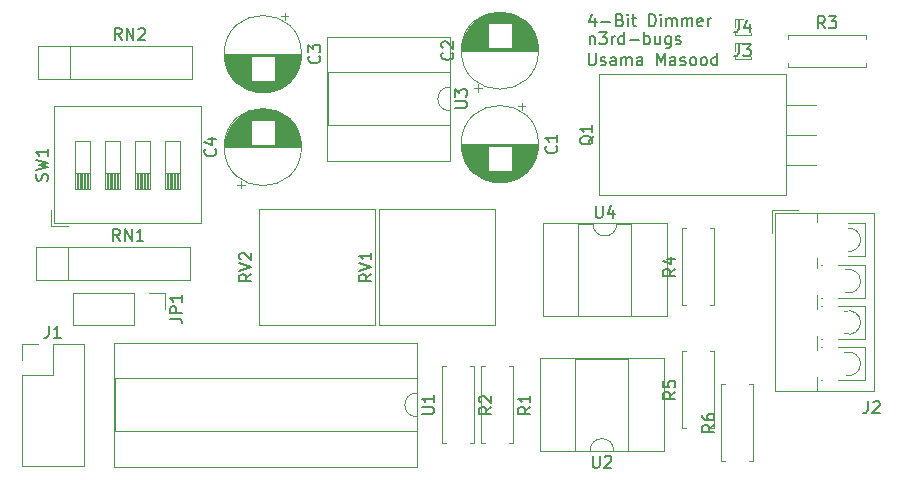
<source format=gbr>
G04 #@! TF.GenerationSoftware,KiCad,Pcbnew,(5.1.5)-3*
G04 #@! TF.CreationDate,2020-01-27T13:06:47+05:00*
G04 #@! TF.ProjectId,dimmer,64696d6d-6572-42e6-9b69-6361645f7063,0.1*
G04 #@! TF.SameCoordinates,Original*
G04 #@! TF.FileFunction,Legend,Top*
G04 #@! TF.FilePolarity,Positive*
%FSLAX46Y46*%
G04 Gerber Fmt 4.6, Leading zero omitted, Abs format (unit mm)*
G04 Created by KiCad (PCBNEW (5.1.5)-3) date 2020-01-27 13:06:47*
%MOMM*%
%LPD*%
G04 APERTURE LIST*
%ADD10C,0.150000*%
%ADD11C,0.120000*%
G04 APERTURE END LIST*
D10*
X172879428Y-65238380D02*
X172879428Y-66047904D01*
X172927047Y-66143142D01*
X172974666Y-66190761D01*
X173069904Y-66238380D01*
X173260380Y-66238380D01*
X173355619Y-66190761D01*
X173403238Y-66143142D01*
X173450857Y-66047904D01*
X173450857Y-65238380D01*
X173879428Y-66190761D02*
X173974666Y-66238380D01*
X174165142Y-66238380D01*
X174260380Y-66190761D01*
X174308000Y-66095523D01*
X174308000Y-66047904D01*
X174260380Y-65952666D01*
X174165142Y-65905047D01*
X174022285Y-65905047D01*
X173927047Y-65857428D01*
X173879428Y-65762190D01*
X173879428Y-65714571D01*
X173927047Y-65619333D01*
X174022285Y-65571714D01*
X174165142Y-65571714D01*
X174260380Y-65619333D01*
X175165142Y-66238380D02*
X175165142Y-65714571D01*
X175117523Y-65619333D01*
X175022285Y-65571714D01*
X174831809Y-65571714D01*
X174736571Y-65619333D01*
X175165142Y-66190761D02*
X175069904Y-66238380D01*
X174831809Y-66238380D01*
X174736571Y-66190761D01*
X174688952Y-66095523D01*
X174688952Y-66000285D01*
X174736571Y-65905047D01*
X174831809Y-65857428D01*
X175069904Y-65857428D01*
X175165142Y-65809809D01*
X175641333Y-66238380D02*
X175641333Y-65571714D01*
X175641333Y-65666952D02*
X175688952Y-65619333D01*
X175784190Y-65571714D01*
X175927047Y-65571714D01*
X176022285Y-65619333D01*
X176069904Y-65714571D01*
X176069904Y-66238380D01*
X176069904Y-65714571D02*
X176117523Y-65619333D01*
X176212761Y-65571714D01*
X176355619Y-65571714D01*
X176450857Y-65619333D01*
X176498476Y-65714571D01*
X176498476Y-66238380D01*
X177403238Y-66238380D02*
X177403238Y-65714571D01*
X177355619Y-65619333D01*
X177260380Y-65571714D01*
X177069904Y-65571714D01*
X176974666Y-65619333D01*
X177403238Y-66190761D02*
X177308000Y-66238380D01*
X177069904Y-66238380D01*
X176974666Y-66190761D01*
X176927047Y-66095523D01*
X176927047Y-66000285D01*
X176974666Y-65905047D01*
X177069904Y-65857428D01*
X177308000Y-65857428D01*
X177403238Y-65809809D01*
X178641333Y-66238380D02*
X178641333Y-65238380D01*
X178974666Y-65952666D01*
X179308000Y-65238380D01*
X179308000Y-66238380D01*
X180212761Y-66238380D02*
X180212761Y-65714571D01*
X180165142Y-65619333D01*
X180069904Y-65571714D01*
X179879428Y-65571714D01*
X179784190Y-65619333D01*
X180212761Y-66190761D02*
X180117523Y-66238380D01*
X179879428Y-66238380D01*
X179784190Y-66190761D01*
X179736571Y-66095523D01*
X179736571Y-66000285D01*
X179784190Y-65905047D01*
X179879428Y-65857428D01*
X180117523Y-65857428D01*
X180212761Y-65809809D01*
X180641333Y-66190761D02*
X180736571Y-66238380D01*
X180927047Y-66238380D01*
X181022285Y-66190761D01*
X181069904Y-66095523D01*
X181069904Y-66047904D01*
X181022285Y-65952666D01*
X180927047Y-65905047D01*
X180784190Y-65905047D01*
X180688952Y-65857428D01*
X180641333Y-65762190D01*
X180641333Y-65714571D01*
X180688952Y-65619333D01*
X180784190Y-65571714D01*
X180927047Y-65571714D01*
X181022285Y-65619333D01*
X181641333Y-66238380D02*
X181546095Y-66190761D01*
X181498476Y-66143142D01*
X181450857Y-66047904D01*
X181450857Y-65762190D01*
X181498476Y-65666952D01*
X181546095Y-65619333D01*
X181641333Y-65571714D01*
X181784190Y-65571714D01*
X181879428Y-65619333D01*
X181927047Y-65666952D01*
X181974666Y-65762190D01*
X181974666Y-66047904D01*
X181927047Y-66143142D01*
X181879428Y-66190761D01*
X181784190Y-66238380D01*
X181641333Y-66238380D01*
X182546095Y-66238380D02*
X182450857Y-66190761D01*
X182403238Y-66143142D01*
X182355619Y-66047904D01*
X182355619Y-65762190D01*
X182403238Y-65666952D01*
X182450857Y-65619333D01*
X182546095Y-65571714D01*
X182688952Y-65571714D01*
X182784190Y-65619333D01*
X182831809Y-65666952D01*
X182879428Y-65762190D01*
X182879428Y-66047904D01*
X182831809Y-66143142D01*
X182784190Y-66190761D01*
X182688952Y-66238380D01*
X182546095Y-66238380D01*
X183736571Y-66238380D02*
X183736571Y-65238380D01*
X183736571Y-66190761D02*
X183641333Y-66238380D01*
X183450857Y-66238380D01*
X183355619Y-66190761D01*
X183308000Y-66143142D01*
X183260380Y-66047904D01*
X183260380Y-65762190D01*
X183308000Y-65666952D01*
X183355619Y-65619333D01*
X183450857Y-65571714D01*
X183641333Y-65571714D01*
X183736571Y-65619333D01*
X172950666Y-63793714D02*
X172950666Y-64460380D01*
X172950666Y-63888952D02*
X172998285Y-63841333D01*
X173093523Y-63793714D01*
X173236380Y-63793714D01*
X173331619Y-63841333D01*
X173379238Y-63936571D01*
X173379238Y-64460380D01*
X173760190Y-63460380D02*
X174379238Y-63460380D01*
X174045904Y-63841333D01*
X174188761Y-63841333D01*
X174284000Y-63888952D01*
X174331619Y-63936571D01*
X174379238Y-64031809D01*
X174379238Y-64269904D01*
X174331619Y-64365142D01*
X174284000Y-64412761D01*
X174188761Y-64460380D01*
X173903047Y-64460380D01*
X173807809Y-64412761D01*
X173760190Y-64365142D01*
X174807809Y-64460380D02*
X174807809Y-63793714D01*
X174807809Y-63984190D02*
X174855428Y-63888952D01*
X174903047Y-63841333D01*
X174998285Y-63793714D01*
X175093523Y-63793714D01*
X175855428Y-64460380D02*
X175855428Y-63460380D01*
X175855428Y-64412761D02*
X175760190Y-64460380D01*
X175569714Y-64460380D01*
X175474476Y-64412761D01*
X175426857Y-64365142D01*
X175379238Y-64269904D01*
X175379238Y-63984190D01*
X175426857Y-63888952D01*
X175474476Y-63841333D01*
X175569714Y-63793714D01*
X175760190Y-63793714D01*
X175855428Y-63841333D01*
X176331619Y-64079428D02*
X177093523Y-64079428D01*
X177569714Y-64460380D02*
X177569714Y-63460380D01*
X177569714Y-63841333D02*
X177664952Y-63793714D01*
X177855428Y-63793714D01*
X177950666Y-63841333D01*
X177998285Y-63888952D01*
X178045904Y-63984190D01*
X178045904Y-64269904D01*
X177998285Y-64365142D01*
X177950666Y-64412761D01*
X177855428Y-64460380D01*
X177664952Y-64460380D01*
X177569714Y-64412761D01*
X178903047Y-63793714D02*
X178903047Y-64460380D01*
X178474476Y-63793714D02*
X178474476Y-64317523D01*
X178522095Y-64412761D01*
X178617333Y-64460380D01*
X178760190Y-64460380D01*
X178855428Y-64412761D01*
X178903047Y-64365142D01*
X179807809Y-63793714D02*
X179807809Y-64603238D01*
X179760190Y-64698476D01*
X179712571Y-64746095D01*
X179617333Y-64793714D01*
X179474476Y-64793714D01*
X179379238Y-64746095D01*
X179807809Y-64412761D02*
X179712571Y-64460380D01*
X179522095Y-64460380D01*
X179426857Y-64412761D01*
X179379238Y-64365142D01*
X179331619Y-64269904D01*
X179331619Y-63984190D01*
X179379238Y-63888952D01*
X179426857Y-63841333D01*
X179522095Y-63793714D01*
X179712571Y-63793714D01*
X179807809Y-63841333D01*
X180236380Y-64412761D02*
X180331619Y-64460380D01*
X180522095Y-64460380D01*
X180617333Y-64412761D01*
X180664952Y-64317523D01*
X180664952Y-64269904D01*
X180617333Y-64174666D01*
X180522095Y-64127047D01*
X180379238Y-64127047D01*
X180284000Y-64079428D01*
X180236380Y-63984190D01*
X180236380Y-63936571D01*
X180284000Y-63841333D01*
X180379238Y-63793714D01*
X180522095Y-63793714D01*
X180617333Y-63841333D01*
X173411142Y-62269714D02*
X173411142Y-62936380D01*
X173173047Y-61888761D02*
X172934952Y-62603047D01*
X173554000Y-62603047D01*
X173934952Y-62555428D02*
X174696857Y-62555428D01*
X175506380Y-62412571D02*
X175649238Y-62460190D01*
X175696857Y-62507809D01*
X175744476Y-62603047D01*
X175744476Y-62745904D01*
X175696857Y-62841142D01*
X175649238Y-62888761D01*
X175554000Y-62936380D01*
X175173047Y-62936380D01*
X175173047Y-61936380D01*
X175506380Y-61936380D01*
X175601619Y-61984000D01*
X175649238Y-62031619D01*
X175696857Y-62126857D01*
X175696857Y-62222095D01*
X175649238Y-62317333D01*
X175601619Y-62364952D01*
X175506380Y-62412571D01*
X175173047Y-62412571D01*
X176173047Y-62936380D02*
X176173047Y-62269714D01*
X176173047Y-61936380D02*
X176125428Y-61984000D01*
X176173047Y-62031619D01*
X176220666Y-61984000D01*
X176173047Y-61936380D01*
X176173047Y-62031619D01*
X176506380Y-62269714D02*
X176887333Y-62269714D01*
X176649238Y-61936380D02*
X176649238Y-62793523D01*
X176696857Y-62888761D01*
X176792095Y-62936380D01*
X176887333Y-62936380D01*
X177982571Y-62936380D02*
X177982571Y-61936380D01*
X178220666Y-61936380D01*
X178363523Y-61984000D01*
X178458761Y-62079238D01*
X178506380Y-62174476D01*
X178554000Y-62364952D01*
X178554000Y-62507809D01*
X178506380Y-62698285D01*
X178458761Y-62793523D01*
X178363523Y-62888761D01*
X178220666Y-62936380D01*
X177982571Y-62936380D01*
X178982571Y-62936380D02*
X178982571Y-62269714D01*
X178982571Y-61936380D02*
X178934952Y-61984000D01*
X178982571Y-62031619D01*
X179030190Y-61984000D01*
X178982571Y-61936380D01*
X178982571Y-62031619D01*
X179458761Y-62936380D02*
X179458761Y-62269714D01*
X179458761Y-62364952D02*
X179506380Y-62317333D01*
X179601619Y-62269714D01*
X179744476Y-62269714D01*
X179839714Y-62317333D01*
X179887333Y-62412571D01*
X179887333Y-62936380D01*
X179887333Y-62412571D02*
X179934952Y-62317333D01*
X180030190Y-62269714D01*
X180173047Y-62269714D01*
X180268285Y-62317333D01*
X180315904Y-62412571D01*
X180315904Y-62936380D01*
X180792095Y-62936380D02*
X180792095Y-62269714D01*
X180792095Y-62364952D02*
X180839714Y-62317333D01*
X180934952Y-62269714D01*
X181077809Y-62269714D01*
X181173047Y-62317333D01*
X181220666Y-62412571D01*
X181220666Y-62936380D01*
X181220666Y-62412571D02*
X181268285Y-62317333D01*
X181363523Y-62269714D01*
X181506380Y-62269714D01*
X181601619Y-62317333D01*
X181649238Y-62412571D01*
X181649238Y-62936380D01*
X182506380Y-62888761D02*
X182411142Y-62936380D01*
X182220666Y-62936380D01*
X182125428Y-62888761D01*
X182077809Y-62793523D01*
X182077809Y-62412571D01*
X182125428Y-62317333D01*
X182220666Y-62269714D01*
X182411142Y-62269714D01*
X182506380Y-62317333D01*
X182554000Y-62412571D01*
X182554000Y-62507809D01*
X182077809Y-62603047D01*
X182982571Y-62936380D02*
X182982571Y-62269714D01*
X182982571Y-62460190D02*
X183030190Y-62364952D01*
X183077809Y-62317333D01*
X183173047Y-62269714D01*
X183268285Y-62269714D01*
D11*
X167508000Y-69732759D02*
X166878000Y-69732759D01*
X167193000Y-69417759D02*
X167193000Y-70047759D01*
X165756000Y-76159000D02*
X164952000Y-76159000D01*
X165987000Y-76119000D02*
X164721000Y-76119000D01*
X166156000Y-76079000D02*
X164552000Y-76079000D01*
X166294000Y-76039000D02*
X164414000Y-76039000D01*
X166413000Y-75999000D02*
X164295000Y-75999000D01*
X166519000Y-75959000D02*
X164189000Y-75959000D01*
X166616000Y-75919000D02*
X164092000Y-75919000D01*
X166704000Y-75879000D02*
X164004000Y-75879000D01*
X166786000Y-75839000D02*
X163922000Y-75839000D01*
X166863000Y-75799000D02*
X163845000Y-75799000D01*
X166935000Y-75759000D02*
X163773000Y-75759000D01*
X167004000Y-75719000D02*
X163704000Y-75719000D01*
X167068000Y-75679000D02*
X163640000Y-75679000D01*
X167130000Y-75639000D02*
X163578000Y-75639000D01*
X167188000Y-75599000D02*
X163520000Y-75599000D01*
X167244000Y-75559000D02*
X163464000Y-75559000D01*
X167298000Y-75519000D02*
X163410000Y-75519000D01*
X167349000Y-75479000D02*
X163359000Y-75479000D01*
X167398000Y-75439000D02*
X163310000Y-75439000D01*
X167446000Y-75399000D02*
X163262000Y-75399000D01*
X167491000Y-75359000D02*
X163217000Y-75359000D01*
X167536000Y-75319000D02*
X163172000Y-75319000D01*
X167578000Y-75279000D02*
X163130000Y-75279000D01*
X167619000Y-75239000D02*
X163089000Y-75239000D01*
X164314000Y-75199000D02*
X163049000Y-75199000D01*
X167659000Y-75199000D02*
X166394000Y-75199000D01*
X164314000Y-75159000D02*
X163011000Y-75159000D01*
X167697000Y-75159000D02*
X166394000Y-75159000D01*
X164314000Y-75119000D02*
X162974000Y-75119000D01*
X167734000Y-75119000D02*
X166394000Y-75119000D01*
X164314000Y-75079000D02*
X162938000Y-75079000D01*
X167770000Y-75079000D02*
X166394000Y-75079000D01*
X164314000Y-75039000D02*
X162904000Y-75039000D01*
X167804000Y-75039000D02*
X166394000Y-75039000D01*
X164314000Y-74999000D02*
X162870000Y-74999000D01*
X167838000Y-74999000D02*
X166394000Y-74999000D01*
X164314000Y-74959000D02*
X162838000Y-74959000D01*
X167870000Y-74959000D02*
X166394000Y-74959000D01*
X164314000Y-74919000D02*
X162806000Y-74919000D01*
X167902000Y-74919000D02*
X166394000Y-74919000D01*
X164314000Y-74879000D02*
X162776000Y-74879000D01*
X167932000Y-74879000D02*
X166394000Y-74879000D01*
X164314000Y-74839000D02*
X162747000Y-74839000D01*
X167961000Y-74839000D02*
X166394000Y-74839000D01*
X164314000Y-74799000D02*
X162718000Y-74799000D01*
X167990000Y-74799000D02*
X166394000Y-74799000D01*
X164314000Y-74759000D02*
X162690000Y-74759000D01*
X168018000Y-74759000D02*
X166394000Y-74759000D01*
X164314000Y-74719000D02*
X162664000Y-74719000D01*
X168044000Y-74719000D02*
X166394000Y-74719000D01*
X164314000Y-74679000D02*
X162638000Y-74679000D01*
X168070000Y-74679000D02*
X166394000Y-74679000D01*
X164314000Y-74639000D02*
X162612000Y-74639000D01*
X168096000Y-74639000D02*
X166394000Y-74639000D01*
X164314000Y-74599000D02*
X162588000Y-74599000D01*
X168120000Y-74599000D02*
X166394000Y-74599000D01*
X164314000Y-74559000D02*
X162564000Y-74559000D01*
X168144000Y-74559000D02*
X166394000Y-74559000D01*
X164314000Y-74519000D02*
X162542000Y-74519000D01*
X168166000Y-74519000D02*
X166394000Y-74519000D01*
X164314000Y-74479000D02*
X162520000Y-74479000D01*
X168188000Y-74479000D02*
X166394000Y-74479000D01*
X164314000Y-74439000D02*
X162498000Y-74439000D01*
X168210000Y-74439000D02*
X166394000Y-74439000D01*
X164314000Y-74399000D02*
X162478000Y-74399000D01*
X168230000Y-74399000D02*
X166394000Y-74399000D01*
X164314000Y-74359000D02*
X162458000Y-74359000D01*
X168250000Y-74359000D02*
X166394000Y-74359000D01*
X164314000Y-74319000D02*
X162438000Y-74319000D01*
X168270000Y-74319000D02*
X166394000Y-74319000D01*
X164314000Y-74279000D02*
X162420000Y-74279000D01*
X168288000Y-74279000D02*
X166394000Y-74279000D01*
X164314000Y-74239000D02*
X162402000Y-74239000D01*
X168306000Y-74239000D02*
X166394000Y-74239000D01*
X164314000Y-74199000D02*
X162384000Y-74199000D01*
X168324000Y-74199000D02*
X166394000Y-74199000D01*
X164314000Y-74159000D02*
X162368000Y-74159000D01*
X168340000Y-74159000D02*
X166394000Y-74159000D01*
X164314000Y-74119000D02*
X162352000Y-74119000D01*
X168356000Y-74119000D02*
X166394000Y-74119000D01*
X164314000Y-74079000D02*
X162336000Y-74079000D01*
X168372000Y-74079000D02*
X166394000Y-74079000D01*
X164314000Y-74039000D02*
X162321000Y-74039000D01*
X168387000Y-74039000D02*
X166394000Y-74039000D01*
X164314000Y-73999000D02*
X162307000Y-73999000D01*
X168401000Y-73999000D02*
X166394000Y-73999000D01*
X164314000Y-73959000D02*
X162293000Y-73959000D01*
X168415000Y-73959000D02*
X166394000Y-73959000D01*
X164314000Y-73919000D02*
X162280000Y-73919000D01*
X168428000Y-73919000D02*
X166394000Y-73919000D01*
X164314000Y-73879000D02*
X162268000Y-73879000D01*
X168440000Y-73879000D02*
X166394000Y-73879000D01*
X164314000Y-73839000D02*
X162256000Y-73839000D01*
X168452000Y-73839000D02*
X166394000Y-73839000D01*
X164314000Y-73799000D02*
X162244000Y-73799000D01*
X168464000Y-73799000D02*
X166394000Y-73799000D01*
X164314000Y-73759000D02*
X162233000Y-73759000D01*
X168475000Y-73759000D02*
X166394000Y-73759000D01*
X164314000Y-73719000D02*
X162223000Y-73719000D01*
X168485000Y-73719000D02*
X166394000Y-73719000D01*
X164314000Y-73679000D02*
X162213000Y-73679000D01*
X168495000Y-73679000D02*
X166394000Y-73679000D01*
X164314000Y-73639000D02*
X162204000Y-73639000D01*
X168504000Y-73639000D02*
X166394000Y-73639000D01*
X164314000Y-73598000D02*
X162195000Y-73598000D01*
X168513000Y-73598000D02*
X166394000Y-73598000D01*
X164314000Y-73558000D02*
X162187000Y-73558000D01*
X168521000Y-73558000D02*
X166394000Y-73558000D01*
X164314000Y-73518000D02*
X162179000Y-73518000D01*
X168529000Y-73518000D02*
X166394000Y-73518000D01*
X164314000Y-73478000D02*
X162172000Y-73478000D01*
X168536000Y-73478000D02*
X166394000Y-73478000D01*
X164314000Y-73438000D02*
X162165000Y-73438000D01*
X168543000Y-73438000D02*
X166394000Y-73438000D01*
X164314000Y-73398000D02*
X162159000Y-73398000D01*
X168549000Y-73398000D02*
X166394000Y-73398000D01*
X164314000Y-73358000D02*
X162153000Y-73358000D01*
X168555000Y-73358000D02*
X166394000Y-73358000D01*
X164314000Y-73318000D02*
X162148000Y-73318000D01*
X168560000Y-73318000D02*
X166394000Y-73318000D01*
X164314000Y-73278000D02*
X162143000Y-73278000D01*
X168565000Y-73278000D02*
X166394000Y-73278000D01*
X164314000Y-73238000D02*
X162139000Y-73238000D01*
X168569000Y-73238000D02*
X166394000Y-73238000D01*
X164314000Y-73198000D02*
X162136000Y-73198000D01*
X168572000Y-73198000D02*
X166394000Y-73198000D01*
X164314000Y-73158000D02*
X162132000Y-73158000D01*
X168576000Y-73158000D02*
X166394000Y-73158000D01*
X168578000Y-73118000D02*
X162130000Y-73118000D01*
X168581000Y-73078000D02*
X162127000Y-73078000D01*
X168582000Y-73038000D02*
X162126000Y-73038000D01*
X168584000Y-72998000D02*
X162124000Y-72998000D01*
X168584000Y-72958000D02*
X162124000Y-72958000D01*
X168584000Y-72918000D02*
X162124000Y-72918000D01*
X168624000Y-72918000D02*
G75*
G03X168624000Y-72918000I-3270000J0D01*
G01*
X168624000Y-65004000D02*
G75*
G03X168624000Y-65004000I-3270000J0D01*
G01*
X162124000Y-65004000D02*
X168584000Y-65004000D01*
X162124000Y-64964000D02*
X168584000Y-64964000D01*
X162124000Y-64924000D02*
X168584000Y-64924000D01*
X162126000Y-64884000D02*
X168582000Y-64884000D01*
X162127000Y-64844000D02*
X168581000Y-64844000D01*
X162130000Y-64804000D02*
X168578000Y-64804000D01*
X162132000Y-64764000D02*
X164314000Y-64764000D01*
X166394000Y-64764000D02*
X168576000Y-64764000D01*
X162136000Y-64724000D02*
X164314000Y-64724000D01*
X166394000Y-64724000D02*
X168572000Y-64724000D01*
X162139000Y-64684000D02*
X164314000Y-64684000D01*
X166394000Y-64684000D02*
X168569000Y-64684000D01*
X162143000Y-64644000D02*
X164314000Y-64644000D01*
X166394000Y-64644000D02*
X168565000Y-64644000D01*
X162148000Y-64604000D02*
X164314000Y-64604000D01*
X166394000Y-64604000D02*
X168560000Y-64604000D01*
X162153000Y-64564000D02*
X164314000Y-64564000D01*
X166394000Y-64564000D02*
X168555000Y-64564000D01*
X162159000Y-64524000D02*
X164314000Y-64524000D01*
X166394000Y-64524000D02*
X168549000Y-64524000D01*
X162165000Y-64484000D02*
X164314000Y-64484000D01*
X166394000Y-64484000D02*
X168543000Y-64484000D01*
X162172000Y-64444000D02*
X164314000Y-64444000D01*
X166394000Y-64444000D02*
X168536000Y-64444000D01*
X162179000Y-64404000D02*
X164314000Y-64404000D01*
X166394000Y-64404000D02*
X168529000Y-64404000D01*
X162187000Y-64364000D02*
X164314000Y-64364000D01*
X166394000Y-64364000D02*
X168521000Y-64364000D01*
X162195000Y-64324000D02*
X164314000Y-64324000D01*
X166394000Y-64324000D02*
X168513000Y-64324000D01*
X162204000Y-64283000D02*
X164314000Y-64283000D01*
X166394000Y-64283000D02*
X168504000Y-64283000D01*
X162213000Y-64243000D02*
X164314000Y-64243000D01*
X166394000Y-64243000D02*
X168495000Y-64243000D01*
X162223000Y-64203000D02*
X164314000Y-64203000D01*
X166394000Y-64203000D02*
X168485000Y-64203000D01*
X162233000Y-64163000D02*
X164314000Y-64163000D01*
X166394000Y-64163000D02*
X168475000Y-64163000D01*
X162244000Y-64123000D02*
X164314000Y-64123000D01*
X166394000Y-64123000D02*
X168464000Y-64123000D01*
X162256000Y-64083000D02*
X164314000Y-64083000D01*
X166394000Y-64083000D02*
X168452000Y-64083000D01*
X162268000Y-64043000D02*
X164314000Y-64043000D01*
X166394000Y-64043000D02*
X168440000Y-64043000D01*
X162280000Y-64003000D02*
X164314000Y-64003000D01*
X166394000Y-64003000D02*
X168428000Y-64003000D01*
X162293000Y-63963000D02*
X164314000Y-63963000D01*
X166394000Y-63963000D02*
X168415000Y-63963000D01*
X162307000Y-63923000D02*
X164314000Y-63923000D01*
X166394000Y-63923000D02*
X168401000Y-63923000D01*
X162321000Y-63883000D02*
X164314000Y-63883000D01*
X166394000Y-63883000D02*
X168387000Y-63883000D01*
X162336000Y-63843000D02*
X164314000Y-63843000D01*
X166394000Y-63843000D02*
X168372000Y-63843000D01*
X162352000Y-63803000D02*
X164314000Y-63803000D01*
X166394000Y-63803000D02*
X168356000Y-63803000D01*
X162368000Y-63763000D02*
X164314000Y-63763000D01*
X166394000Y-63763000D02*
X168340000Y-63763000D01*
X162384000Y-63723000D02*
X164314000Y-63723000D01*
X166394000Y-63723000D02*
X168324000Y-63723000D01*
X162402000Y-63683000D02*
X164314000Y-63683000D01*
X166394000Y-63683000D02*
X168306000Y-63683000D01*
X162420000Y-63643000D02*
X164314000Y-63643000D01*
X166394000Y-63643000D02*
X168288000Y-63643000D01*
X162438000Y-63603000D02*
X164314000Y-63603000D01*
X166394000Y-63603000D02*
X168270000Y-63603000D01*
X162458000Y-63563000D02*
X164314000Y-63563000D01*
X166394000Y-63563000D02*
X168250000Y-63563000D01*
X162478000Y-63523000D02*
X164314000Y-63523000D01*
X166394000Y-63523000D02*
X168230000Y-63523000D01*
X162498000Y-63483000D02*
X164314000Y-63483000D01*
X166394000Y-63483000D02*
X168210000Y-63483000D01*
X162520000Y-63443000D02*
X164314000Y-63443000D01*
X166394000Y-63443000D02*
X168188000Y-63443000D01*
X162542000Y-63403000D02*
X164314000Y-63403000D01*
X166394000Y-63403000D02*
X168166000Y-63403000D01*
X162564000Y-63363000D02*
X164314000Y-63363000D01*
X166394000Y-63363000D02*
X168144000Y-63363000D01*
X162588000Y-63323000D02*
X164314000Y-63323000D01*
X166394000Y-63323000D02*
X168120000Y-63323000D01*
X162612000Y-63283000D02*
X164314000Y-63283000D01*
X166394000Y-63283000D02*
X168096000Y-63283000D01*
X162638000Y-63243000D02*
X164314000Y-63243000D01*
X166394000Y-63243000D02*
X168070000Y-63243000D01*
X162664000Y-63203000D02*
X164314000Y-63203000D01*
X166394000Y-63203000D02*
X168044000Y-63203000D01*
X162690000Y-63163000D02*
X164314000Y-63163000D01*
X166394000Y-63163000D02*
X168018000Y-63163000D01*
X162718000Y-63123000D02*
X164314000Y-63123000D01*
X166394000Y-63123000D02*
X167990000Y-63123000D01*
X162747000Y-63083000D02*
X164314000Y-63083000D01*
X166394000Y-63083000D02*
X167961000Y-63083000D01*
X162776000Y-63043000D02*
X164314000Y-63043000D01*
X166394000Y-63043000D02*
X167932000Y-63043000D01*
X162806000Y-63003000D02*
X164314000Y-63003000D01*
X166394000Y-63003000D02*
X167902000Y-63003000D01*
X162838000Y-62963000D02*
X164314000Y-62963000D01*
X166394000Y-62963000D02*
X167870000Y-62963000D01*
X162870000Y-62923000D02*
X164314000Y-62923000D01*
X166394000Y-62923000D02*
X167838000Y-62923000D01*
X162904000Y-62883000D02*
X164314000Y-62883000D01*
X166394000Y-62883000D02*
X167804000Y-62883000D01*
X162938000Y-62843000D02*
X164314000Y-62843000D01*
X166394000Y-62843000D02*
X167770000Y-62843000D01*
X162974000Y-62803000D02*
X164314000Y-62803000D01*
X166394000Y-62803000D02*
X167734000Y-62803000D01*
X163011000Y-62763000D02*
X164314000Y-62763000D01*
X166394000Y-62763000D02*
X167697000Y-62763000D01*
X163049000Y-62723000D02*
X164314000Y-62723000D01*
X166394000Y-62723000D02*
X167659000Y-62723000D01*
X163089000Y-62683000D02*
X167619000Y-62683000D01*
X163130000Y-62643000D02*
X167578000Y-62643000D01*
X163172000Y-62603000D02*
X167536000Y-62603000D01*
X163217000Y-62563000D02*
X167491000Y-62563000D01*
X163262000Y-62523000D02*
X167446000Y-62523000D01*
X163310000Y-62483000D02*
X167398000Y-62483000D01*
X163359000Y-62443000D02*
X167349000Y-62443000D01*
X163410000Y-62403000D02*
X167298000Y-62403000D01*
X163464000Y-62363000D02*
X167244000Y-62363000D01*
X163520000Y-62323000D02*
X167188000Y-62323000D01*
X163578000Y-62283000D02*
X167130000Y-62283000D01*
X163640000Y-62243000D02*
X167068000Y-62243000D01*
X163704000Y-62203000D02*
X167004000Y-62203000D01*
X163773000Y-62163000D02*
X166935000Y-62163000D01*
X163845000Y-62123000D02*
X166863000Y-62123000D01*
X163922000Y-62083000D02*
X166786000Y-62083000D01*
X164004000Y-62043000D02*
X166704000Y-62043000D01*
X164092000Y-62003000D02*
X166616000Y-62003000D01*
X164189000Y-61963000D02*
X166519000Y-61963000D01*
X164295000Y-61923000D02*
X166413000Y-61923000D01*
X164414000Y-61883000D02*
X166294000Y-61883000D01*
X164552000Y-61843000D02*
X166156000Y-61843000D01*
X164721000Y-61803000D02*
X165987000Y-61803000D01*
X164952000Y-61763000D02*
X165756000Y-61763000D01*
X163515000Y-68504241D02*
X163515000Y-67874241D01*
X163200000Y-68189241D02*
X163830000Y-68189241D01*
X148558000Y-65298000D02*
G75*
G03X148558000Y-65298000I-3270000J0D01*
G01*
X148518000Y-65298000D02*
X142058000Y-65298000D01*
X148518000Y-65338000D02*
X142058000Y-65338000D01*
X148518000Y-65378000D02*
X142058000Y-65378000D01*
X148516000Y-65418000D02*
X142060000Y-65418000D01*
X148515000Y-65458000D02*
X142061000Y-65458000D01*
X148512000Y-65498000D02*
X142064000Y-65498000D01*
X148510000Y-65538000D02*
X146328000Y-65538000D01*
X144248000Y-65538000D02*
X142066000Y-65538000D01*
X148506000Y-65578000D02*
X146328000Y-65578000D01*
X144248000Y-65578000D02*
X142070000Y-65578000D01*
X148503000Y-65618000D02*
X146328000Y-65618000D01*
X144248000Y-65618000D02*
X142073000Y-65618000D01*
X148499000Y-65658000D02*
X146328000Y-65658000D01*
X144248000Y-65658000D02*
X142077000Y-65658000D01*
X148494000Y-65698000D02*
X146328000Y-65698000D01*
X144248000Y-65698000D02*
X142082000Y-65698000D01*
X148489000Y-65738000D02*
X146328000Y-65738000D01*
X144248000Y-65738000D02*
X142087000Y-65738000D01*
X148483000Y-65778000D02*
X146328000Y-65778000D01*
X144248000Y-65778000D02*
X142093000Y-65778000D01*
X148477000Y-65818000D02*
X146328000Y-65818000D01*
X144248000Y-65818000D02*
X142099000Y-65818000D01*
X148470000Y-65858000D02*
X146328000Y-65858000D01*
X144248000Y-65858000D02*
X142106000Y-65858000D01*
X148463000Y-65898000D02*
X146328000Y-65898000D01*
X144248000Y-65898000D02*
X142113000Y-65898000D01*
X148455000Y-65938000D02*
X146328000Y-65938000D01*
X144248000Y-65938000D02*
X142121000Y-65938000D01*
X148447000Y-65978000D02*
X146328000Y-65978000D01*
X144248000Y-65978000D02*
X142129000Y-65978000D01*
X148438000Y-66019000D02*
X146328000Y-66019000D01*
X144248000Y-66019000D02*
X142138000Y-66019000D01*
X148429000Y-66059000D02*
X146328000Y-66059000D01*
X144248000Y-66059000D02*
X142147000Y-66059000D01*
X148419000Y-66099000D02*
X146328000Y-66099000D01*
X144248000Y-66099000D02*
X142157000Y-66099000D01*
X148409000Y-66139000D02*
X146328000Y-66139000D01*
X144248000Y-66139000D02*
X142167000Y-66139000D01*
X148398000Y-66179000D02*
X146328000Y-66179000D01*
X144248000Y-66179000D02*
X142178000Y-66179000D01*
X148386000Y-66219000D02*
X146328000Y-66219000D01*
X144248000Y-66219000D02*
X142190000Y-66219000D01*
X148374000Y-66259000D02*
X146328000Y-66259000D01*
X144248000Y-66259000D02*
X142202000Y-66259000D01*
X148362000Y-66299000D02*
X146328000Y-66299000D01*
X144248000Y-66299000D02*
X142214000Y-66299000D01*
X148349000Y-66339000D02*
X146328000Y-66339000D01*
X144248000Y-66339000D02*
X142227000Y-66339000D01*
X148335000Y-66379000D02*
X146328000Y-66379000D01*
X144248000Y-66379000D02*
X142241000Y-66379000D01*
X148321000Y-66419000D02*
X146328000Y-66419000D01*
X144248000Y-66419000D02*
X142255000Y-66419000D01*
X148306000Y-66459000D02*
X146328000Y-66459000D01*
X144248000Y-66459000D02*
X142270000Y-66459000D01*
X148290000Y-66499000D02*
X146328000Y-66499000D01*
X144248000Y-66499000D02*
X142286000Y-66499000D01*
X148274000Y-66539000D02*
X146328000Y-66539000D01*
X144248000Y-66539000D02*
X142302000Y-66539000D01*
X148258000Y-66579000D02*
X146328000Y-66579000D01*
X144248000Y-66579000D02*
X142318000Y-66579000D01*
X148240000Y-66619000D02*
X146328000Y-66619000D01*
X144248000Y-66619000D02*
X142336000Y-66619000D01*
X148222000Y-66659000D02*
X146328000Y-66659000D01*
X144248000Y-66659000D02*
X142354000Y-66659000D01*
X148204000Y-66699000D02*
X146328000Y-66699000D01*
X144248000Y-66699000D02*
X142372000Y-66699000D01*
X148184000Y-66739000D02*
X146328000Y-66739000D01*
X144248000Y-66739000D02*
X142392000Y-66739000D01*
X148164000Y-66779000D02*
X146328000Y-66779000D01*
X144248000Y-66779000D02*
X142412000Y-66779000D01*
X148144000Y-66819000D02*
X146328000Y-66819000D01*
X144248000Y-66819000D02*
X142432000Y-66819000D01*
X148122000Y-66859000D02*
X146328000Y-66859000D01*
X144248000Y-66859000D02*
X142454000Y-66859000D01*
X148100000Y-66899000D02*
X146328000Y-66899000D01*
X144248000Y-66899000D02*
X142476000Y-66899000D01*
X148078000Y-66939000D02*
X146328000Y-66939000D01*
X144248000Y-66939000D02*
X142498000Y-66939000D01*
X148054000Y-66979000D02*
X146328000Y-66979000D01*
X144248000Y-66979000D02*
X142522000Y-66979000D01*
X148030000Y-67019000D02*
X146328000Y-67019000D01*
X144248000Y-67019000D02*
X142546000Y-67019000D01*
X148004000Y-67059000D02*
X146328000Y-67059000D01*
X144248000Y-67059000D02*
X142572000Y-67059000D01*
X147978000Y-67099000D02*
X146328000Y-67099000D01*
X144248000Y-67099000D02*
X142598000Y-67099000D01*
X147952000Y-67139000D02*
X146328000Y-67139000D01*
X144248000Y-67139000D02*
X142624000Y-67139000D01*
X147924000Y-67179000D02*
X146328000Y-67179000D01*
X144248000Y-67179000D02*
X142652000Y-67179000D01*
X147895000Y-67219000D02*
X146328000Y-67219000D01*
X144248000Y-67219000D02*
X142681000Y-67219000D01*
X147866000Y-67259000D02*
X146328000Y-67259000D01*
X144248000Y-67259000D02*
X142710000Y-67259000D01*
X147836000Y-67299000D02*
X146328000Y-67299000D01*
X144248000Y-67299000D02*
X142740000Y-67299000D01*
X147804000Y-67339000D02*
X146328000Y-67339000D01*
X144248000Y-67339000D02*
X142772000Y-67339000D01*
X147772000Y-67379000D02*
X146328000Y-67379000D01*
X144248000Y-67379000D02*
X142804000Y-67379000D01*
X147738000Y-67419000D02*
X146328000Y-67419000D01*
X144248000Y-67419000D02*
X142838000Y-67419000D01*
X147704000Y-67459000D02*
X146328000Y-67459000D01*
X144248000Y-67459000D02*
X142872000Y-67459000D01*
X147668000Y-67499000D02*
X146328000Y-67499000D01*
X144248000Y-67499000D02*
X142908000Y-67499000D01*
X147631000Y-67539000D02*
X146328000Y-67539000D01*
X144248000Y-67539000D02*
X142945000Y-67539000D01*
X147593000Y-67579000D02*
X146328000Y-67579000D01*
X144248000Y-67579000D02*
X142983000Y-67579000D01*
X147553000Y-67619000D02*
X143023000Y-67619000D01*
X147512000Y-67659000D02*
X143064000Y-67659000D01*
X147470000Y-67699000D02*
X143106000Y-67699000D01*
X147425000Y-67739000D02*
X143151000Y-67739000D01*
X147380000Y-67779000D02*
X143196000Y-67779000D01*
X147332000Y-67819000D02*
X143244000Y-67819000D01*
X147283000Y-67859000D02*
X143293000Y-67859000D01*
X147232000Y-67899000D02*
X143344000Y-67899000D01*
X147178000Y-67939000D02*
X143398000Y-67939000D01*
X147122000Y-67979000D02*
X143454000Y-67979000D01*
X147064000Y-68019000D02*
X143512000Y-68019000D01*
X147002000Y-68059000D02*
X143574000Y-68059000D01*
X146938000Y-68099000D02*
X143638000Y-68099000D01*
X146869000Y-68139000D02*
X143707000Y-68139000D01*
X146797000Y-68179000D02*
X143779000Y-68179000D01*
X146720000Y-68219000D02*
X143856000Y-68219000D01*
X146638000Y-68259000D02*
X143938000Y-68259000D01*
X146550000Y-68299000D02*
X144026000Y-68299000D01*
X146453000Y-68339000D02*
X144123000Y-68339000D01*
X146347000Y-68379000D02*
X144229000Y-68379000D01*
X146228000Y-68419000D02*
X144348000Y-68419000D01*
X146090000Y-68459000D02*
X144486000Y-68459000D01*
X145921000Y-68499000D02*
X144655000Y-68499000D01*
X145690000Y-68539000D02*
X144886000Y-68539000D01*
X147127000Y-61797759D02*
X147127000Y-62427759D01*
X147442000Y-62112759D02*
X146812000Y-62112759D01*
X143134000Y-76357241D02*
X143764000Y-76357241D01*
X143449000Y-76672241D02*
X143449000Y-76042241D01*
X144886000Y-69931000D02*
X145690000Y-69931000D01*
X144655000Y-69971000D02*
X145921000Y-69971000D01*
X144486000Y-70011000D02*
X146090000Y-70011000D01*
X144348000Y-70051000D02*
X146228000Y-70051000D01*
X144229000Y-70091000D02*
X146347000Y-70091000D01*
X144123000Y-70131000D02*
X146453000Y-70131000D01*
X144026000Y-70171000D02*
X146550000Y-70171000D01*
X143938000Y-70211000D02*
X146638000Y-70211000D01*
X143856000Y-70251000D02*
X146720000Y-70251000D01*
X143779000Y-70291000D02*
X146797000Y-70291000D01*
X143707000Y-70331000D02*
X146869000Y-70331000D01*
X143638000Y-70371000D02*
X146938000Y-70371000D01*
X143574000Y-70411000D02*
X147002000Y-70411000D01*
X143512000Y-70451000D02*
X147064000Y-70451000D01*
X143454000Y-70491000D02*
X147122000Y-70491000D01*
X143398000Y-70531000D02*
X147178000Y-70531000D01*
X143344000Y-70571000D02*
X147232000Y-70571000D01*
X143293000Y-70611000D02*
X147283000Y-70611000D01*
X143244000Y-70651000D02*
X147332000Y-70651000D01*
X143196000Y-70691000D02*
X147380000Y-70691000D01*
X143151000Y-70731000D02*
X147425000Y-70731000D01*
X143106000Y-70771000D02*
X147470000Y-70771000D01*
X143064000Y-70811000D02*
X147512000Y-70811000D01*
X143023000Y-70851000D02*
X147553000Y-70851000D01*
X146328000Y-70891000D02*
X147593000Y-70891000D01*
X142983000Y-70891000D02*
X144248000Y-70891000D01*
X146328000Y-70931000D02*
X147631000Y-70931000D01*
X142945000Y-70931000D02*
X144248000Y-70931000D01*
X146328000Y-70971000D02*
X147668000Y-70971000D01*
X142908000Y-70971000D02*
X144248000Y-70971000D01*
X146328000Y-71011000D02*
X147704000Y-71011000D01*
X142872000Y-71011000D02*
X144248000Y-71011000D01*
X146328000Y-71051000D02*
X147738000Y-71051000D01*
X142838000Y-71051000D02*
X144248000Y-71051000D01*
X146328000Y-71091000D02*
X147772000Y-71091000D01*
X142804000Y-71091000D02*
X144248000Y-71091000D01*
X146328000Y-71131000D02*
X147804000Y-71131000D01*
X142772000Y-71131000D02*
X144248000Y-71131000D01*
X146328000Y-71171000D02*
X147836000Y-71171000D01*
X142740000Y-71171000D02*
X144248000Y-71171000D01*
X146328000Y-71211000D02*
X147866000Y-71211000D01*
X142710000Y-71211000D02*
X144248000Y-71211000D01*
X146328000Y-71251000D02*
X147895000Y-71251000D01*
X142681000Y-71251000D02*
X144248000Y-71251000D01*
X146328000Y-71291000D02*
X147924000Y-71291000D01*
X142652000Y-71291000D02*
X144248000Y-71291000D01*
X146328000Y-71331000D02*
X147952000Y-71331000D01*
X142624000Y-71331000D02*
X144248000Y-71331000D01*
X146328000Y-71371000D02*
X147978000Y-71371000D01*
X142598000Y-71371000D02*
X144248000Y-71371000D01*
X146328000Y-71411000D02*
X148004000Y-71411000D01*
X142572000Y-71411000D02*
X144248000Y-71411000D01*
X146328000Y-71451000D02*
X148030000Y-71451000D01*
X142546000Y-71451000D02*
X144248000Y-71451000D01*
X146328000Y-71491000D02*
X148054000Y-71491000D01*
X142522000Y-71491000D02*
X144248000Y-71491000D01*
X146328000Y-71531000D02*
X148078000Y-71531000D01*
X142498000Y-71531000D02*
X144248000Y-71531000D01*
X146328000Y-71571000D02*
X148100000Y-71571000D01*
X142476000Y-71571000D02*
X144248000Y-71571000D01*
X146328000Y-71611000D02*
X148122000Y-71611000D01*
X142454000Y-71611000D02*
X144248000Y-71611000D01*
X146328000Y-71651000D02*
X148144000Y-71651000D01*
X142432000Y-71651000D02*
X144248000Y-71651000D01*
X146328000Y-71691000D02*
X148164000Y-71691000D01*
X142412000Y-71691000D02*
X144248000Y-71691000D01*
X146328000Y-71731000D02*
X148184000Y-71731000D01*
X142392000Y-71731000D02*
X144248000Y-71731000D01*
X146328000Y-71771000D02*
X148204000Y-71771000D01*
X142372000Y-71771000D02*
X144248000Y-71771000D01*
X146328000Y-71811000D02*
X148222000Y-71811000D01*
X142354000Y-71811000D02*
X144248000Y-71811000D01*
X146328000Y-71851000D02*
X148240000Y-71851000D01*
X142336000Y-71851000D02*
X144248000Y-71851000D01*
X146328000Y-71891000D02*
X148258000Y-71891000D01*
X142318000Y-71891000D02*
X144248000Y-71891000D01*
X146328000Y-71931000D02*
X148274000Y-71931000D01*
X142302000Y-71931000D02*
X144248000Y-71931000D01*
X146328000Y-71971000D02*
X148290000Y-71971000D01*
X142286000Y-71971000D02*
X144248000Y-71971000D01*
X146328000Y-72011000D02*
X148306000Y-72011000D01*
X142270000Y-72011000D02*
X144248000Y-72011000D01*
X146328000Y-72051000D02*
X148321000Y-72051000D01*
X142255000Y-72051000D02*
X144248000Y-72051000D01*
X146328000Y-72091000D02*
X148335000Y-72091000D01*
X142241000Y-72091000D02*
X144248000Y-72091000D01*
X146328000Y-72131000D02*
X148349000Y-72131000D01*
X142227000Y-72131000D02*
X144248000Y-72131000D01*
X146328000Y-72171000D02*
X148362000Y-72171000D01*
X142214000Y-72171000D02*
X144248000Y-72171000D01*
X146328000Y-72211000D02*
X148374000Y-72211000D01*
X142202000Y-72211000D02*
X144248000Y-72211000D01*
X146328000Y-72251000D02*
X148386000Y-72251000D01*
X142190000Y-72251000D02*
X144248000Y-72251000D01*
X146328000Y-72291000D02*
X148398000Y-72291000D01*
X142178000Y-72291000D02*
X144248000Y-72291000D01*
X146328000Y-72331000D02*
X148409000Y-72331000D01*
X142167000Y-72331000D02*
X144248000Y-72331000D01*
X146328000Y-72371000D02*
X148419000Y-72371000D01*
X142157000Y-72371000D02*
X144248000Y-72371000D01*
X146328000Y-72411000D02*
X148429000Y-72411000D01*
X142147000Y-72411000D02*
X144248000Y-72411000D01*
X146328000Y-72451000D02*
X148438000Y-72451000D01*
X142138000Y-72451000D02*
X144248000Y-72451000D01*
X146328000Y-72492000D02*
X148447000Y-72492000D01*
X142129000Y-72492000D02*
X144248000Y-72492000D01*
X146328000Y-72532000D02*
X148455000Y-72532000D01*
X142121000Y-72532000D02*
X144248000Y-72532000D01*
X146328000Y-72572000D02*
X148463000Y-72572000D01*
X142113000Y-72572000D02*
X144248000Y-72572000D01*
X146328000Y-72612000D02*
X148470000Y-72612000D01*
X142106000Y-72612000D02*
X144248000Y-72612000D01*
X146328000Y-72652000D02*
X148477000Y-72652000D01*
X142099000Y-72652000D02*
X144248000Y-72652000D01*
X146328000Y-72692000D02*
X148483000Y-72692000D01*
X142093000Y-72692000D02*
X144248000Y-72692000D01*
X146328000Y-72732000D02*
X148489000Y-72732000D01*
X142087000Y-72732000D02*
X144248000Y-72732000D01*
X146328000Y-72772000D02*
X148494000Y-72772000D01*
X142082000Y-72772000D02*
X144248000Y-72772000D01*
X146328000Y-72812000D02*
X148499000Y-72812000D01*
X142077000Y-72812000D02*
X144248000Y-72812000D01*
X146328000Y-72852000D02*
X148503000Y-72852000D01*
X142073000Y-72852000D02*
X144248000Y-72852000D01*
X146328000Y-72892000D02*
X148506000Y-72892000D01*
X142070000Y-72892000D02*
X144248000Y-72892000D01*
X146328000Y-72932000D02*
X148510000Y-72932000D01*
X142066000Y-72932000D02*
X144248000Y-72932000D01*
X142064000Y-72972000D02*
X148512000Y-72972000D01*
X142061000Y-73012000D02*
X148515000Y-73012000D01*
X142060000Y-73052000D02*
X148516000Y-73052000D01*
X142058000Y-73092000D02*
X148518000Y-73092000D01*
X142058000Y-73132000D02*
X148518000Y-73132000D01*
X142058000Y-73172000D02*
X148518000Y-73172000D01*
X148558000Y-73172000D02*
G75*
G03X148558000Y-73172000I-3270000J0D01*
G01*
X124908000Y-100136000D02*
X130108000Y-100136000D01*
X124908000Y-92456000D02*
X124908000Y-100136000D01*
X130108000Y-89856000D02*
X130108000Y-100136000D01*
X124908000Y-92456000D02*
X127508000Y-92456000D01*
X127508000Y-92456000D02*
X127508000Y-89856000D01*
X127508000Y-89856000D02*
X130108000Y-89856000D01*
X124908000Y-91186000D02*
X124908000Y-89856000D01*
X124908000Y-89856000D02*
X126238000Y-89856000D01*
X194823434Y-80028110D02*
G75*
G02X194825000Y-82024000I70566J-997890D01*
G01*
X194551767Y-83586085D02*
G75*
G02X194552000Y-85466000I342233J-939915D01*
G01*
X194551767Y-87086085D02*
G75*
G02X194552000Y-88966000I342233J-939915D01*
G01*
X194551767Y-90586085D02*
G75*
G02X194552000Y-92466000I342233J-939915D01*
G01*
X192193000Y-78716000D02*
X192193000Y-79486000D01*
X192193000Y-82566000D02*
X192193000Y-83393000D01*
X192193000Y-85660000D02*
X192193000Y-86893000D01*
X192193000Y-89160000D02*
X192193000Y-90393000D01*
X192193000Y-92660000D02*
X192193000Y-93836000D01*
X197054000Y-78716000D02*
X197054000Y-93836000D01*
X188634000Y-78716000D02*
X188634000Y-93836000D01*
X197054000Y-78716000D02*
X188634000Y-78716000D01*
X197054000Y-93836000D02*
X188634000Y-93836000D01*
X196294000Y-79626000D02*
X196294000Y-82426000D01*
X196294000Y-79626000D02*
X194834000Y-79626000D01*
X196294000Y-82426000D02*
X194834000Y-82426000D01*
X196294000Y-83126000D02*
X196294000Y-85926000D01*
X192544000Y-83126000D02*
X192544000Y-83127000D01*
X192544000Y-85926000D02*
X192544000Y-85926000D01*
X196294000Y-83126000D02*
X193983000Y-83126000D01*
X192605000Y-83126000D02*
X192544000Y-83126000D01*
X196294000Y-85926000D02*
X193983000Y-85926000D01*
X192605000Y-85926000D02*
X192544000Y-85926000D01*
X196294000Y-86626000D02*
X196294000Y-89426000D01*
X192544000Y-86626000D02*
X192544000Y-86627000D01*
X192544000Y-89426000D02*
X192544000Y-89426000D01*
X196294000Y-86626000D02*
X193983000Y-86626000D01*
X192605000Y-86626000D02*
X192544000Y-86626000D01*
X196294000Y-89426000D02*
X193983000Y-89426000D01*
X192605000Y-89426000D02*
X192544000Y-89426000D01*
X196294000Y-90126000D02*
X196294000Y-92926000D01*
X192544000Y-90126000D02*
X192544000Y-90127000D01*
X192544000Y-92926000D02*
X192544000Y-92926000D01*
X196294000Y-90126000D02*
X193983000Y-90126000D01*
X192605000Y-90126000D02*
X192544000Y-90126000D01*
X196294000Y-92926000D02*
X193983000Y-92926000D01*
X192605000Y-92926000D02*
X192544000Y-92926000D01*
X190634000Y-78476000D02*
X188394000Y-78476000D01*
X188394000Y-78476000D02*
X188394000Y-80476000D01*
X129226000Y-85538000D02*
X129226000Y-88198000D01*
X134366000Y-85538000D02*
X129226000Y-85538000D01*
X134366000Y-88198000D02*
X129226000Y-88198000D01*
X134366000Y-85538000D02*
X134366000Y-88198000D01*
X135636000Y-85538000D02*
X136966000Y-85538000D01*
X136966000Y-85538000D02*
X136966000Y-86868000D01*
X163730000Y-98266000D02*
X164060000Y-98266000D01*
X163730000Y-91726000D02*
X163730000Y-98266000D01*
X164060000Y-91726000D02*
X163730000Y-91726000D01*
X166470000Y-98266000D02*
X166140000Y-98266000D01*
X166470000Y-91726000D02*
X166470000Y-98266000D01*
X166140000Y-91726000D02*
X166470000Y-91726000D01*
X162838000Y-91726000D02*
X163168000Y-91726000D01*
X163168000Y-91726000D02*
X163168000Y-98266000D01*
X163168000Y-98266000D02*
X162838000Y-98266000D01*
X160758000Y-91726000D02*
X160428000Y-91726000D01*
X160428000Y-91726000D02*
X160428000Y-98266000D01*
X160428000Y-98266000D02*
X160758000Y-98266000D01*
X196310000Y-66394000D02*
X196310000Y-66064000D01*
X189770000Y-66394000D02*
X196310000Y-66394000D01*
X189770000Y-66064000D02*
X189770000Y-66394000D01*
X196310000Y-63654000D02*
X196310000Y-63984000D01*
X189770000Y-63654000D02*
X196310000Y-63654000D01*
X189770000Y-63984000D02*
X189770000Y-63654000D01*
X181078000Y-86582000D02*
X180748000Y-86582000D01*
X180748000Y-86582000D02*
X180748000Y-80042000D01*
X180748000Y-80042000D02*
X181078000Y-80042000D01*
X183158000Y-86582000D02*
X183488000Y-86582000D01*
X183488000Y-86582000D02*
X183488000Y-80042000D01*
X183488000Y-80042000D02*
X183158000Y-80042000D01*
X181078000Y-96996000D02*
X180748000Y-96996000D01*
X180748000Y-96996000D02*
X180748000Y-90456000D01*
X180748000Y-90456000D02*
X181078000Y-90456000D01*
X183158000Y-96996000D02*
X183488000Y-96996000D01*
X183488000Y-96996000D02*
X183488000Y-90456000D01*
X183488000Y-90456000D02*
X183158000Y-90456000D01*
X186790000Y-93250000D02*
X186460000Y-93250000D01*
X186790000Y-99790000D02*
X186790000Y-93250000D01*
X186460000Y-99790000D02*
X186790000Y-99790000D01*
X184050000Y-93250000D02*
X184380000Y-93250000D01*
X184050000Y-99790000D02*
X184050000Y-93250000D01*
X184380000Y-99790000D02*
X184050000Y-99790000D01*
X128778000Y-81658000D02*
X128778000Y-84458000D01*
X139108000Y-81658000D02*
X126068000Y-81658000D01*
X139108000Y-84458000D02*
X139108000Y-81658000D01*
X126068000Y-84458000D02*
X139108000Y-84458000D01*
X126068000Y-81658000D02*
X126068000Y-84458000D01*
X126219001Y-64640000D02*
X126219001Y-67440000D01*
X126219001Y-67440000D02*
X139259001Y-67440000D01*
X139259001Y-67440000D02*
X139259001Y-64640000D01*
X139259001Y-64640000D02*
X126219001Y-64640000D01*
X128929001Y-64640000D02*
X128929001Y-67440000D01*
X155135000Y-78442000D02*
X164905000Y-78442000D01*
X155135000Y-88212000D02*
X164905000Y-88212000D01*
X164905000Y-88212000D02*
X164905000Y-78442000D01*
X155135000Y-88212000D02*
X155135000Y-78442000D01*
X144975000Y-88212000D02*
X144975000Y-78442000D01*
X154745000Y-88212000D02*
X154745000Y-78442000D01*
X144975000Y-88212000D02*
X154745000Y-88212000D01*
X144975000Y-78442000D02*
X154745000Y-78442000D01*
X127628000Y-79626000D02*
X127628000Y-69726000D01*
X140088000Y-79626000D02*
X140088000Y-69726000D01*
X127628000Y-79626000D02*
X140088000Y-79626000D01*
X127628000Y-69726000D02*
X140088000Y-69726000D01*
X127388000Y-79866000D02*
X127388000Y-78482000D01*
X127388000Y-79866000D02*
X128771000Y-79866000D01*
X129413000Y-76706000D02*
X130683000Y-76706000D01*
X130683000Y-76706000D02*
X130683000Y-72646000D01*
X130683000Y-72646000D02*
X129413000Y-72646000D01*
X129413000Y-72646000D02*
X129413000Y-76706000D01*
X129533000Y-76706000D02*
X129533000Y-75352667D01*
X129653000Y-76706000D02*
X129653000Y-75352667D01*
X129773000Y-76706000D02*
X129773000Y-75352667D01*
X129893000Y-76706000D02*
X129893000Y-75352667D01*
X130013000Y-76706000D02*
X130013000Y-75352667D01*
X130133000Y-76706000D02*
X130133000Y-75352667D01*
X130253000Y-76706000D02*
X130253000Y-75352667D01*
X130373000Y-76706000D02*
X130373000Y-75352667D01*
X130493000Y-76706000D02*
X130493000Y-75352667D01*
X130613000Y-76706000D02*
X130613000Y-75352667D01*
X129413000Y-75352667D02*
X130683000Y-75352667D01*
X131953000Y-76706000D02*
X133223000Y-76706000D01*
X133223000Y-76706000D02*
X133223000Y-72646000D01*
X133223000Y-72646000D02*
X131953000Y-72646000D01*
X131953000Y-72646000D02*
X131953000Y-76706000D01*
X132073000Y-76706000D02*
X132073000Y-75352667D01*
X132193000Y-76706000D02*
X132193000Y-75352667D01*
X132313000Y-76706000D02*
X132313000Y-75352667D01*
X132433000Y-76706000D02*
X132433000Y-75352667D01*
X132553000Y-76706000D02*
X132553000Y-75352667D01*
X132673000Y-76706000D02*
X132673000Y-75352667D01*
X132793000Y-76706000D02*
X132793000Y-75352667D01*
X132913000Y-76706000D02*
X132913000Y-75352667D01*
X133033000Y-76706000D02*
X133033000Y-75352667D01*
X133153000Y-76706000D02*
X133153000Y-75352667D01*
X131953000Y-75352667D02*
X133223000Y-75352667D01*
X134493000Y-76706000D02*
X135763000Y-76706000D01*
X135763000Y-76706000D02*
X135763000Y-72646000D01*
X135763000Y-72646000D02*
X134493000Y-72646000D01*
X134493000Y-72646000D02*
X134493000Y-76706000D01*
X134613000Y-76706000D02*
X134613000Y-75352667D01*
X134733000Y-76706000D02*
X134733000Y-75352667D01*
X134853000Y-76706000D02*
X134853000Y-75352667D01*
X134973000Y-76706000D02*
X134973000Y-75352667D01*
X135093000Y-76706000D02*
X135093000Y-75352667D01*
X135213000Y-76706000D02*
X135213000Y-75352667D01*
X135333000Y-76706000D02*
X135333000Y-75352667D01*
X135453000Y-76706000D02*
X135453000Y-75352667D01*
X135573000Y-76706000D02*
X135573000Y-75352667D01*
X135693000Y-76706000D02*
X135693000Y-75352667D01*
X134493000Y-75352667D02*
X135763000Y-75352667D01*
X137033000Y-76706000D02*
X138303000Y-76706000D01*
X138303000Y-76706000D02*
X138303000Y-72646000D01*
X138303000Y-72646000D02*
X137033000Y-72646000D01*
X137033000Y-72646000D02*
X137033000Y-76706000D01*
X137153000Y-76706000D02*
X137153000Y-75352667D01*
X137273000Y-76706000D02*
X137273000Y-75352667D01*
X137393000Y-76706000D02*
X137393000Y-75352667D01*
X137513000Y-76706000D02*
X137513000Y-75352667D01*
X137633000Y-76706000D02*
X137633000Y-75352667D01*
X137753000Y-76706000D02*
X137753000Y-75352667D01*
X137873000Y-76706000D02*
X137873000Y-75352667D01*
X137993000Y-76706000D02*
X137993000Y-75352667D01*
X138113000Y-76706000D02*
X138113000Y-75352667D01*
X138233000Y-76706000D02*
X138233000Y-75352667D01*
X137033000Y-75352667D02*
X138303000Y-75352667D01*
X158302000Y-95996000D02*
G75*
G02X158302000Y-93996000I0J1000000D01*
G01*
X158302000Y-93996000D02*
X158302000Y-92746000D01*
X158302000Y-92746000D02*
X132782000Y-92746000D01*
X132782000Y-92746000D02*
X132782000Y-97246000D01*
X132782000Y-97246000D02*
X158302000Y-97246000D01*
X158302000Y-97246000D02*
X158302000Y-95996000D01*
X158362000Y-89746000D02*
X132722000Y-89746000D01*
X132722000Y-89746000D02*
X132722000Y-100246000D01*
X132722000Y-100246000D02*
X158362000Y-100246000D01*
X158362000Y-100246000D02*
X158362000Y-89746000D01*
X172990000Y-98866000D02*
G75*
G02X174990000Y-98866000I1000000J0D01*
G01*
X174990000Y-98866000D02*
X176240000Y-98866000D01*
X176240000Y-98866000D02*
X176240000Y-91126000D01*
X176240000Y-91126000D02*
X171740000Y-91126000D01*
X171740000Y-91126000D02*
X171740000Y-98866000D01*
X171740000Y-98866000D02*
X172990000Y-98866000D01*
X179240000Y-98926000D02*
X179240000Y-91066000D01*
X179240000Y-91066000D02*
X168740000Y-91066000D01*
X168740000Y-91066000D02*
X168740000Y-98926000D01*
X168740000Y-98926000D02*
X179240000Y-98926000D01*
X161096000Y-70088000D02*
G75*
G02X161096000Y-68088000I0J1000000D01*
G01*
X161096000Y-68088000D02*
X161096000Y-66838000D01*
X161096000Y-66838000D02*
X150816000Y-66838000D01*
X150816000Y-66838000D02*
X150816000Y-71338000D01*
X150816000Y-71338000D02*
X161096000Y-71338000D01*
X161096000Y-71338000D02*
X161096000Y-70088000D01*
X161156000Y-63838000D02*
X150756000Y-63838000D01*
X150756000Y-63838000D02*
X150756000Y-74338000D01*
X150756000Y-74338000D02*
X161156000Y-74338000D01*
X161156000Y-74338000D02*
X161156000Y-63838000D01*
X179494000Y-79636000D02*
X168994000Y-79636000D01*
X179494000Y-87496000D02*
X179494000Y-79636000D01*
X168994000Y-87496000D02*
X179494000Y-87496000D01*
X168994000Y-79636000D02*
X168994000Y-87496000D01*
X176494000Y-79696000D02*
X175244000Y-79696000D01*
X176494000Y-87436000D02*
X176494000Y-79696000D01*
X171994000Y-87436000D02*
X176494000Y-87436000D01*
X171994000Y-79696000D02*
X171994000Y-87436000D01*
X173244000Y-79696000D02*
X171994000Y-79696000D01*
X175244000Y-79696000D02*
G75*
G02X173244000Y-79696000I-1000000J0D01*
G01*
X189604000Y-77256000D02*
X189604000Y-67016000D01*
X173714000Y-77256000D02*
X173714000Y-67016000D01*
X173714000Y-77256000D02*
X189604000Y-77256000D01*
X173714000Y-67016000D02*
X189604000Y-67016000D01*
X189604000Y-74676000D02*
X192144000Y-74676000D01*
X189604000Y-72136000D02*
X192144000Y-72136000D01*
X189604000Y-69596000D02*
X192144000Y-69596000D01*
X185233000Y-65709000D02*
X186623000Y-65709000D01*
X185233000Y-65709000D02*
X185233000Y-65584000D01*
X186623000Y-65709000D02*
X186623000Y-65584000D01*
X185233000Y-65709000D02*
X185319724Y-65709000D01*
X186536276Y-65709000D02*
X186623000Y-65709000D01*
X185233000Y-65024000D02*
X185233000Y-64339000D01*
X185233000Y-64339000D02*
X185928000Y-64339000D01*
X185233000Y-63677000D02*
X186623000Y-63677000D01*
X185233000Y-63677000D02*
X185233000Y-63552000D01*
X186623000Y-63677000D02*
X186623000Y-63552000D01*
X185233000Y-63677000D02*
X185319724Y-63677000D01*
X186536276Y-63677000D02*
X186623000Y-63677000D01*
X185233000Y-62992000D02*
X185233000Y-62307000D01*
X185233000Y-62307000D02*
X185928000Y-62307000D01*
D10*
X170111142Y-73084666D02*
X170158761Y-73132285D01*
X170206380Y-73275142D01*
X170206380Y-73370380D01*
X170158761Y-73513238D01*
X170063523Y-73608476D01*
X169968285Y-73656095D01*
X169777809Y-73703714D01*
X169634952Y-73703714D01*
X169444476Y-73656095D01*
X169349238Y-73608476D01*
X169254000Y-73513238D01*
X169206380Y-73370380D01*
X169206380Y-73275142D01*
X169254000Y-73132285D01*
X169301619Y-73084666D01*
X170206380Y-72132285D02*
X170206380Y-72703714D01*
X170206380Y-72418000D02*
X169206380Y-72418000D01*
X169349238Y-72513238D01*
X169444476Y-72608476D01*
X169492095Y-72703714D01*
X161311142Y-65170666D02*
X161358761Y-65218285D01*
X161406380Y-65361142D01*
X161406380Y-65456380D01*
X161358761Y-65599238D01*
X161263523Y-65694476D01*
X161168285Y-65742095D01*
X160977809Y-65789714D01*
X160834952Y-65789714D01*
X160644476Y-65742095D01*
X160549238Y-65694476D01*
X160454000Y-65599238D01*
X160406380Y-65456380D01*
X160406380Y-65361142D01*
X160454000Y-65218285D01*
X160501619Y-65170666D01*
X160501619Y-64789714D02*
X160454000Y-64742095D01*
X160406380Y-64646857D01*
X160406380Y-64408761D01*
X160454000Y-64313523D01*
X160501619Y-64265904D01*
X160596857Y-64218285D01*
X160692095Y-64218285D01*
X160834952Y-64265904D01*
X161406380Y-64837333D01*
X161406380Y-64218285D01*
X150045142Y-65464666D02*
X150092761Y-65512285D01*
X150140380Y-65655142D01*
X150140380Y-65750380D01*
X150092761Y-65893238D01*
X149997523Y-65988476D01*
X149902285Y-66036095D01*
X149711809Y-66083714D01*
X149568952Y-66083714D01*
X149378476Y-66036095D01*
X149283238Y-65988476D01*
X149188000Y-65893238D01*
X149140380Y-65750380D01*
X149140380Y-65655142D01*
X149188000Y-65512285D01*
X149235619Y-65464666D01*
X149140380Y-65131333D02*
X149140380Y-64512285D01*
X149521333Y-64845619D01*
X149521333Y-64702761D01*
X149568952Y-64607523D01*
X149616571Y-64559904D01*
X149711809Y-64512285D01*
X149949904Y-64512285D01*
X150045142Y-64559904D01*
X150092761Y-64607523D01*
X150140380Y-64702761D01*
X150140380Y-64988476D01*
X150092761Y-65083714D01*
X150045142Y-65131333D01*
X141245142Y-73338666D02*
X141292761Y-73386285D01*
X141340380Y-73529142D01*
X141340380Y-73624380D01*
X141292761Y-73767238D01*
X141197523Y-73862476D01*
X141102285Y-73910095D01*
X140911809Y-73957714D01*
X140768952Y-73957714D01*
X140578476Y-73910095D01*
X140483238Y-73862476D01*
X140388000Y-73767238D01*
X140340380Y-73624380D01*
X140340380Y-73529142D01*
X140388000Y-73386285D01*
X140435619Y-73338666D01*
X140673714Y-72481523D02*
X141340380Y-72481523D01*
X140292761Y-72719619D02*
X141007047Y-72957714D01*
X141007047Y-72338666D01*
X127174666Y-88308380D02*
X127174666Y-89022666D01*
X127127047Y-89165523D01*
X127031809Y-89260761D01*
X126888952Y-89308380D01*
X126793714Y-89308380D01*
X128174666Y-89308380D02*
X127603238Y-89308380D01*
X127888952Y-89308380D02*
X127888952Y-88308380D01*
X127793714Y-88451238D01*
X127698476Y-88546476D01*
X127603238Y-88594095D01*
X196516666Y-94702380D02*
X196516666Y-95416666D01*
X196469047Y-95559523D01*
X196373809Y-95654761D01*
X196230952Y-95702380D01*
X196135714Y-95702380D01*
X196945238Y-94797619D02*
X196992857Y-94750000D01*
X197088095Y-94702380D01*
X197326190Y-94702380D01*
X197421428Y-94750000D01*
X197469047Y-94797619D01*
X197516666Y-94892857D01*
X197516666Y-94988095D01*
X197469047Y-95130952D01*
X196897619Y-95702380D01*
X197516666Y-95702380D01*
X137418380Y-87701333D02*
X138132666Y-87701333D01*
X138275523Y-87748952D01*
X138370761Y-87844190D01*
X138418380Y-87987047D01*
X138418380Y-88082285D01*
X138418380Y-87225142D02*
X137418380Y-87225142D01*
X137418380Y-86844190D01*
X137466000Y-86748952D01*
X137513619Y-86701333D01*
X137608857Y-86653714D01*
X137751714Y-86653714D01*
X137846952Y-86701333D01*
X137894571Y-86748952D01*
X137942190Y-86844190D01*
X137942190Y-87225142D01*
X138418380Y-85701333D02*
X138418380Y-86272761D01*
X138418380Y-85987047D02*
X137418380Y-85987047D01*
X137561238Y-86082285D01*
X137656476Y-86177523D01*
X137704095Y-86272761D01*
X167922380Y-95162666D02*
X167446190Y-95496000D01*
X167922380Y-95734095D02*
X166922380Y-95734095D01*
X166922380Y-95353142D01*
X166970000Y-95257904D01*
X167017619Y-95210285D01*
X167112857Y-95162666D01*
X167255714Y-95162666D01*
X167350952Y-95210285D01*
X167398571Y-95257904D01*
X167446190Y-95353142D01*
X167446190Y-95734095D01*
X167922380Y-94210285D02*
X167922380Y-94781714D01*
X167922380Y-94496000D02*
X166922380Y-94496000D01*
X167065238Y-94591238D01*
X167160476Y-94686476D01*
X167208095Y-94781714D01*
X164620380Y-95162666D02*
X164144190Y-95496000D01*
X164620380Y-95734095D02*
X163620380Y-95734095D01*
X163620380Y-95353142D01*
X163668000Y-95257904D01*
X163715619Y-95210285D01*
X163810857Y-95162666D01*
X163953714Y-95162666D01*
X164048952Y-95210285D01*
X164096571Y-95257904D01*
X164144190Y-95353142D01*
X164144190Y-95734095D01*
X163715619Y-94781714D02*
X163668000Y-94734095D01*
X163620380Y-94638857D01*
X163620380Y-94400761D01*
X163668000Y-94305523D01*
X163715619Y-94257904D01*
X163810857Y-94210285D01*
X163906095Y-94210285D01*
X164048952Y-94257904D01*
X164620380Y-94829333D01*
X164620380Y-94210285D01*
X192873333Y-63106380D02*
X192540000Y-62630190D01*
X192301904Y-63106380D02*
X192301904Y-62106380D01*
X192682857Y-62106380D01*
X192778095Y-62154000D01*
X192825714Y-62201619D01*
X192873333Y-62296857D01*
X192873333Y-62439714D01*
X192825714Y-62534952D01*
X192778095Y-62582571D01*
X192682857Y-62630190D01*
X192301904Y-62630190D01*
X193206666Y-62106380D02*
X193825714Y-62106380D01*
X193492380Y-62487333D01*
X193635238Y-62487333D01*
X193730476Y-62534952D01*
X193778095Y-62582571D01*
X193825714Y-62677809D01*
X193825714Y-62915904D01*
X193778095Y-63011142D01*
X193730476Y-63058761D01*
X193635238Y-63106380D01*
X193349523Y-63106380D01*
X193254285Y-63058761D01*
X193206666Y-63011142D01*
X180200380Y-83478666D02*
X179724190Y-83812000D01*
X180200380Y-84050095D02*
X179200380Y-84050095D01*
X179200380Y-83669142D01*
X179248000Y-83573904D01*
X179295619Y-83526285D01*
X179390857Y-83478666D01*
X179533714Y-83478666D01*
X179628952Y-83526285D01*
X179676571Y-83573904D01*
X179724190Y-83669142D01*
X179724190Y-84050095D01*
X179533714Y-82621523D02*
X180200380Y-82621523D01*
X179152761Y-82859619D02*
X179867047Y-83097714D01*
X179867047Y-82478666D01*
X180200380Y-93892666D02*
X179724190Y-94226000D01*
X180200380Y-94464095D02*
X179200380Y-94464095D01*
X179200380Y-94083142D01*
X179248000Y-93987904D01*
X179295619Y-93940285D01*
X179390857Y-93892666D01*
X179533714Y-93892666D01*
X179628952Y-93940285D01*
X179676571Y-93987904D01*
X179724190Y-94083142D01*
X179724190Y-94464095D01*
X179200380Y-92987904D02*
X179200380Y-93464095D01*
X179676571Y-93511714D01*
X179628952Y-93464095D01*
X179581333Y-93368857D01*
X179581333Y-93130761D01*
X179628952Y-93035523D01*
X179676571Y-92987904D01*
X179771809Y-92940285D01*
X180009904Y-92940285D01*
X180105142Y-92987904D01*
X180152761Y-93035523D01*
X180200380Y-93130761D01*
X180200380Y-93368857D01*
X180152761Y-93464095D01*
X180105142Y-93511714D01*
X183502380Y-96686666D02*
X183026190Y-97020000D01*
X183502380Y-97258095D02*
X182502380Y-97258095D01*
X182502380Y-96877142D01*
X182550000Y-96781904D01*
X182597619Y-96734285D01*
X182692857Y-96686666D01*
X182835714Y-96686666D01*
X182930952Y-96734285D01*
X182978571Y-96781904D01*
X183026190Y-96877142D01*
X183026190Y-97258095D01*
X182502380Y-95829523D02*
X182502380Y-96020000D01*
X182550000Y-96115238D01*
X182597619Y-96162857D01*
X182740476Y-96258095D01*
X182930952Y-96305714D01*
X183311904Y-96305714D01*
X183407142Y-96258095D01*
X183454761Y-96210476D01*
X183502380Y-96115238D01*
X183502380Y-95924761D01*
X183454761Y-95829523D01*
X183407142Y-95781904D01*
X183311904Y-95734285D01*
X183073809Y-95734285D01*
X182978571Y-95781904D01*
X182930952Y-95829523D01*
X182883333Y-95924761D01*
X182883333Y-96115238D01*
X182930952Y-96210476D01*
X182978571Y-96258095D01*
X183073809Y-96305714D01*
X133167523Y-81110380D02*
X132834190Y-80634190D01*
X132596095Y-81110380D02*
X132596095Y-80110380D01*
X132977047Y-80110380D01*
X133072285Y-80158000D01*
X133119904Y-80205619D01*
X133167523Y-80300857D01*
X133167523Y-80443714D01*
X133119904Y-80538952D01*
X133072285Y-80586571D01*
X132977047Y-80634190D01*
X132596095Y-80634190D01*
X133596095Y-81110380D02*
X133596095Y-80110380D01*
X134167523Y-81110380D01*
X134167523Y-80110380D01*
X135167523Y-81110380D02*
X134596095Y-81110380D01*
X134881809Y-81110380D02*
X134881809Y-80110380D01*
X134786571Y-80253238D01*
X134691333Y-80348476D01*
X134596095Y-80396095D01*
X133318524Y-64092380D02*
X132985191Y-63616190D01*
X132747096Y-64092380D02*
X132747096Y-63092380D01*
X133128048Y-63092380D01*
X133223286Y-63140000D01*
X133270905Y-63187619D01*
X133318524Y-63282857D01*
X133318524Y-63425714D01*
X133270905Y-63520952D01*
X133223286Y-63568571D01*
X133128048Y-63616190D01*
X132747096Y-63616190D01*
X133747096Y-64092380D02*
X133747096Y-63092380D01*
X134318524Y-64092380D01*
X134318524Y-63092380D01*
X134747096Y-63187619D02*
X134794715Y-63140000D01*
X134889953Y-63092380D01*
X135128048Y-63092380D01*
X135223286Y-63140000D01*
X135270905Y-63187619D01*
X135318524Y-63282857D01*
X135318524Y-63378095D01*
X135270905Y-63520952D01*
X134699477Y-64092380D01*
X135318524Y-64092380D01*
X154457380Y-83922238D02*
X153981190Y-84255571D01*
X154457380Y-84493666D02*
X153457380Y-84493666D01*
X153457380Y-84112714D01*
X153505000Y-84017476D01*
X153552619Y-83969857D01*
X153647857Y-83922238D01*
X153790714Y-83922238D01*
X153885952Y-83969857D01*
X153933571Y-84017476D01*
X153981190Y-84112714D01*
X153981190Y-84493666D01*
X153457380Y-83636523D02*
X154457380Y-83303190D01*
X153457380Y-82969857D01*
X154457380Y-82112714D02*
X154457380Y-82684142D01*
X154457380Y-82398428D02*
X153457380Y-82398428D01*
X153600238Y-82493666D01*
X153695476Y-82588904D01*
X153743095Y-82684142D01*
X144297380Y-83922238D02*
X143821190Y-84255571D01*
X144297380Y-84493666D02*
X143297380Y-84493666D01*
X143297380Y-84112714D01*
X143345000Y-84017476D01*
X143392619Y-83969857D01*
X143487857Y-83922238D01*
X143630714Y-83922238D01*
X143725952Y-83969857D01*
X143773571Y-84017476D01*
X143821190Y-84112714D01*
X143821190Y-84493666D01*
X143297380Y-83636523D02*
X144297380Y-83303190D01*
X143297380Y-82969857D01*
X143392619Y-82684142D02*
X143345000Y-82636523D01*
X143297380Y-82541285D01*
X143297380Y-82303190D01*
X143345000Y-82207952D01*
X143392619Y-82160333D01*
X143487857Y-82112714D01*
X143583095Y-82112714D01*
X143725952Y-82160333D01*
X144297380Y-82731761D01*
X144297380Y-82112714D01*
X127032761Y-76009333D02*
X127080380Y-75866476D01*
X127080380Y-75628380D01*
X127032761Y-75533142D01*
X126985142Y-75485523D01*
X126889904Y-75437904D01*
X126794666Y-75437904D01*
X126699428Y-75485523D01*
X126651809Y-75533142D01*
X126604190Y-75628380D01*
X126556571Y-75818857D01*
X126508952Y-75914095D01*
X126461333Y-75961714D01*
X126366095Y-76009333D01*
X126270857Y-76009333D01*
X126175619Y-75961714D01*
X126128000Y-75914095D01*
X126080380Y-75818857D01*
X126080380Y-75580761D01*
X126128000Y-75437904D01*
X126080380Y-75104571D02*
X127080380Y-74866476D01*
X126366095Y-74676000D01*
X127080380Y-74485523D01*
X126080380Y-74247428D01*
X127080380Y-73342666D02*
X127080380Y-73914095D01*
X127080380Y-73628380D02*
X126080380Y-73628380D01*
X126223238Y-73723619D01*
X126318476Y-73818857D01*
X126366095Y-73914095D01*
X158754380Y-95757904D02*
X159563904Y-95757904D01*
X159659142Y-95710285D01*
X159706761Y-95662666D01*
X159754380Y-95567428D01*
X159754380Y-95376952D01*
X159706761Y-95281714D01*
X159659142Y-95234095D01*
X159563904Y-95186476D01*
X158754380Y-95186476D01*
X159754380Y-94186476D02*
X159754380Y-94757904D01*
X159754380Y-94472190D02*
X158754380Y-94472190D01*
X158897238Y-94567428D01*
X158992476Y-94662666D01*
X159040095Y-94757904D01*
X173228095Y-99318380D02*
X173228095Y-100127904D01*
X173275714Y-100223142D01*
X173323333Y-100270761D01*
X173418571Y-100318380D01*
X173609047Y-100318380D01*
X173704285Y-100270761D01*
X173751904Y-100223142D01*
X173799523Y-100127904D01*
X173799523Y-99318380D01*
X174228095Y-99413619D02*
X174275714Y-99366000D01*
X174370952Y-99318380D01*
X174609047Y-99318380D01*
X174704285Y-99366000D01*
X174751904Y-99413619D01*
X174799523Y-99508857D01*
X174799523Y-99604095D01*
X174751904Y-99746952D01*
X174180476Y-100318380D01*
X174799523Y-100318380D01*
X161548380Y-69849904D02*
X162357904Y-69849904D01*
X162453142Y-69802285D01*
X162500761Y-69754666D01*
X162548380Y-69659428D01*
X162548380Y-69468952D01*
X162500761Y-69373714D01*
X162453142Y-69326095D01*
X162357904Y-69278476D01*
X161548380Y-69278476D01*
X161548380Y-68897523D02*
X161548380Y-68278476D01*
X161929333Y-68611809D01*
X161929333Y-68468952D01*
X161976952Y-68373714D01*
X162024571Y-68326095D01*
X162119809Y-68278476D01*
X162357904Y-68278476D01*
X162453142Y-68326095D01*
X162500761Y-68373714D01*
X162548380Y-68468952D01*
X162548380Y-68754666D01*
X162500761Y-68849904D01*
X162453142Y-68897523D01*
X173482095Y-78148380D02*
X173482095Y-78957904D01*
X173529714Y-79053142D01*
X173577333Y-79100761D01*
X173672571Y-79148380D01*
X173863047Y-79148380D01*
X173958285Y-79100761D01*
X174005904Y-79053142D01*
X174053523Y-78957904D01*
X174053523Y-78148380D01*
X174958285Y-78481714D02*
X174958285Y-79148380D01*
X174720190Y-78100761D02*
X174482095Y-78815047D01*
X175101142Y-78815047D01*
X173261619Y-72231238D02*
X173214000Y-72326476D01*
X173118761Y-72421714D01*
X172975904Y-72564571D01*
X172928285Y-72659809D01*
X172928285Y-72755047D01*
X173166380Y-72707428D02*
X173118761Y-72802666D01*
X173023523Y-72897904D01*
X172833047Y-72945523D01*
X172499714Y-72945523D01*
X172309238Y-72897904D01*
X172214000Y-72802666D01*
X172166380Y-72707428D01*
X172166380Y-72516952D01*
X172214000Y-72421714D01*
X172309238Y-72326476D01*
X172499714Y-72278857D01*
X172833047Y-72278857D01*
X173023523Y-72326476D01*
X173118761Y-72421714D01*
X173166380Y-72516952D01*
X173166380Y-72707428D01*
X173166380Y-71326476D02*
X173166380Y-71897904D01*
X173166380Y-71612190D02*
X172166380Y-71612190D01*
X172309238Y-71707428D01*
X172404476Y-71802666D01*
X172452095Y-71897904D01*
X185594666Y-64476380D02*
X185594666Y-65190666D01*
X185547047Y-65333523D01*
X185451809Y-65428761D01*
X185308952Y-65476380D01*
X185213714Y-65476380D01*
X185975619Y-64476380D02*
X186594666Y-64476380D01*
X186261333Y-64857333D01*
X186404190Y-64857333D01*
X186499428Y-64904952D01*
X186547047Y-64952571D01*
X186594666Y-65047809D01*
X186594666Y-65285904D01*
X186547047Y-65381142D01*
X186499428Y-65428761D01*
X186404190Y-65476380D01*
X186118476Y-65476380D01*
X186023238Y-65428761D01*
X185975619Y-65381142D01*
X185594666Y-62444380D02*
X185594666Y-63158666D01*
X185547047Y-63301523D01*
X185451809Y-63396761D01*
X185308952Y-63444380D01*
X185213714Y-63444380D01*
X186499428Y-62777714D02*
X186499428Y-63444380D01*
X186261333Y-62396761D02*
X186023238Y-63111047D01*
X186642285Y-63111047D01*
M02*

</source>
